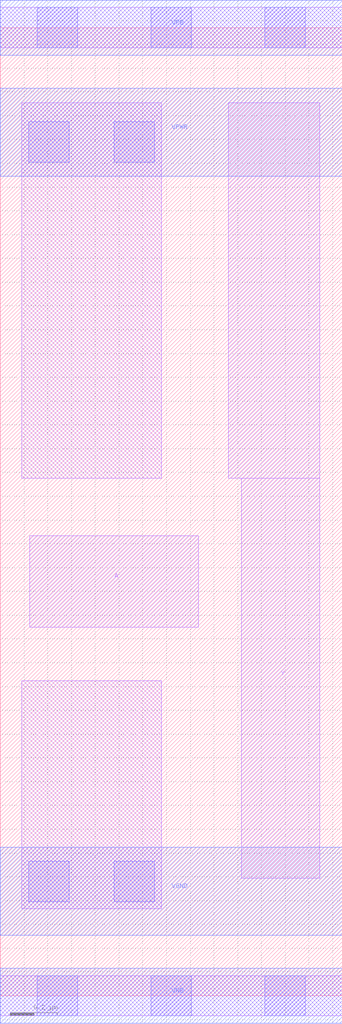
<source format=lef>
# Copyright 2020 The SkyWater PDK Authors
#
# Licensed under the Apache License, Version 2.0 (the "License");
# you may not use this file except in compliance with the License.
# You may obtain a copy of the License at
#
#     https://www.apache.org/licenses/LICENSE-2.0
#
# Unless required by applicable law or agreed to in writing, software
# distributed under the License is distributed on an "AS IS" BASIS,
# WITHOUT WARRANTIES OR CONDITIONS OF ANY KIND, either express or implied.
# See the License for the specific language governing permissions and
# limitations under the License.
#
# SPDX-License-Identifier: Apache-2.0

VERSION 5.7 ;
  NAMESCASESENSITIVE ON ;
  NOWIREEXTENSIONATPIN ON ;
  DIVIDERCHAR "/" ;
  BUSBITCHARS "[]" ;
UNITS
  DATABASE MICRONS 200 ;
END UNITS
MACRO sky130_fd_sc_hvl__inv_1
  CLASS CORE ;
  SOURCE USER ;
  FOREIGN sky130_fd_sc_hvl__inv_1 ;
  ORIGIN  0.000000  0.000000 ;
  SIZE  1.440000 BY  4.070000 ;
  SYMMETRY X Y ;
  SITE unithv ;
  PIN A
    ANTENNAGATEAREA  1.125000 ;
    DIRECTION INPUT ;
    USE SIGNAL ;
    PORT
      LAYER li1 ;
        RECT 0.125000 1.550000 0.835000 1.935000 ;
    END
  END A
  PIN Y
    ANTENNADIFFAREA  0.641250 ;
    DIRECTION OUTPUT ;
    USE SIGNAL ;
    PORT
      LAYER li1 ;
        RECT 0.960000 2.175000 1.345000 3.755000 ;
        RECT 1.015000 0.495000 1.345000 2.175000 ;
    END
  END Y
  PIN VGND
    DIRECTION INOUT ;
    USE GROUND ;
    PORT
      LAYER met1 ;
        RECT 0.000000 0.255000 1.440000 0.625000 ;
    END
  END VGND
  PIN VNB
    DIRECTION INOUT ;
    USE GROUND ;
    PORT
      LAYER met1 ;
        RECT 0.000000 -0.115000 1.440000 0.115000 ;
    END
  END VNB
  PIN VPB
    DIRECTION INOUT ;
    USE POWER ;
    PORT
      LAYER met1 ;
        RECT 0.000000 3.955000 1.440000 4.185000 ;
    END
  END VPB
  PIN VPWR
    DIRECTION INOUT ;
    USE POWER ;
    PORT
      LAYER met1 ;
        RECT 0.000000 3.445000 1.440000 3.815000 ;
    END
  END VPWR
  OBS
    LAYER li1 ;
      RECT 0.000000 -0.085000 1.440000 0.085000 ;
      RECT 0.000000  3.985000 1.440000 4.155000 ;
      RECT 0.090000  0.365000 0.680000 1.325000 ;
      RECT 0.090000  2.175000 0.680000 3.755000 ;
    LAYER mcon ;
      RECT 0.120000  0.395000 0.290000 0.565000 ;
      RECT 0.120000  3.505000 0.290000 3.675000 ;
      RECT 0.155000 -0.085000 0.325000 0.085000 ;
      RECT 0.155000  3.985000 0.325000 4.155000 ;
      RECT 0.480000  0.395000 0.650000 0.565000 ;
      RECT 0.480000  3.505000 0.650000 3.675000 ;
      RECT 0.635000 -0.085000 0.805000 0.085000 ;
      RECT 0.635000  3.985000 0.805000 4.155000 ;
      RECT 1.115000 -0.085000 1.285000 0.085000 ;
      RECT 1.115000  3.985000 1.285000 4.155000 ;
  END
END sky130_fd_sc_hvl__inv_1

</source>
